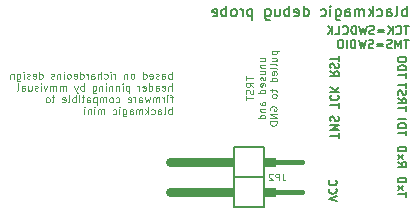
<source format=gbr>
%TF.GenerationSoftware,KiCad,Pcbnew,(6.0.7)*%
%TF.CreationDate,2022-09-08T11:38:00+02:00*%
%TF.ProjectId,blackmagic_richardeoin,626c6163-6b6d-4616-9769-635f72696368,rev?*%
%TF.SameCoordinates,Original*%
%TF.FileFunction,Legend,Bot*%
%TF.FilePolarity,Positive*%
%FSLAX46Y46*%
G04 Gerber Fmt 4.6, Leading zero omitted, Abs format (unit mm)*
G04 Created by KiCad (PCBNEW (6.0.7)) date 2022-09-08 11:38:00*
%MOMM*%
%LPD*%
G01*
G04 APERTURE LIST*
%ADD10C,0.150000*%
%ADD11C,0.190000*%
%ADD12C,0.065000*%
%ADD13C,0.057000*%
%ADD14C,0.406400*%
%ADD15C,0.762000*%
%ADD16C,0.152400*%
G04 APERTURE END LIST*
D10*
X168428528Y-107629064D02*
X168428528Y-107221921D01*
X167716028Y-107425492D02*
X168428528Y-107425492D01*
X167716028Y-106984421D02*
X168428528Y-106984421D01*
X168428528Y-106814778D01*
X168394600Y-106712992D01*
X168326742Y-106645135D01*
X168258885Y-106611207D01*
X168123171Y-106577278D01*
X168021385Y-106577278D01*
X167885671Y-106611207D01*
X167817814Y-106645135D01*
X167749957Y-106712992D01*
X167716028Y-106814778D01*
X167716028Y-106984421D01*
X167716028Y-106271921D02*
X168428528Y-106271921D01*
X168428528Y-105530135D02*
X168428528Y-105122992D01*
X167716028Y-105326564D02*
X168428528Y-105326564D01*
X167716028Y-104478350D02*
X168055314Y-104715850D01*
X167716028Y-104885492D02*
X168428528Y-104885492D01*
X168428528Y-104614064D01*
X168394600Y-104546207D01*
X168360671Y-104512278D01*
X168292814Y-104478350D01*
X168191028Y-104478350D01*
X168123171Y-104512278D01*
X168089242Y-104546207D01*
X168055314Y-104614064D01*
X168055314Y-104885492D01*
X167749957Y-104206921D02*
X167716028Y-104105135D01*
X167716028Y-103935492D01*
X167749957Y-103867635D01*
X167783885Y-103833707D01*
X167851742Y-103799778D01*
X167919600Y-103799778D01*
X167987457Y-103833707D01*
X168021385Y-103867635D01*
X168055314Y-103935492D01*
X168089242Y-104071207D01*
X168123171Y-104139064D01*
X168157100Y-104172992D01*
X168224957Y-104206921D01*
X168292814Y-104206921D01*
X168360671Y-104172992D01*
X168394600Y-104139064D01*
X168428528Y-104071207D01*
X168428528Y-103901564D01*
X168394600Y-103799778D01*
X168428528Y-103596207D02*
X168428528Y-103189064D01*
X167716028Y-103392635D02*
X168428528Y-103392635D01*
X161993528Y-102209778D02*
X162332814Y-102447278D01*
X161993528Y-102616921D02*
X162706028Y-102616921D01*
X162706028Y-102345492D01*
X162672100Y-102277635D01*
X162638171Y-102243707D01*
X162570314Y-102209778D01*
X162468528Y-102209778D01*
X162400671Y-102243707D01*
X162366742Y-102277635D01*
X162332814Y-102345492D01*
X162332814Y-102616921D01*
X162027457Y-101938350D02*
X161993528Y-101836564D01*
X161993528Y-101666921D01*
X162027457Y-101599064D01*
X162061385Y-101565135D01*
X162129242Y-101531207D01*
X162197100Y-101531207D01*
X162264957Y-101565135D01*
X162298885Y-101599064D01*
X162332814Y-101666921D01*
X162366742Y-101802635D01*
X162400671Y-101870492D01*
X162434600Y-101904421D01*
X162502457Y-101938350D01*
X162570314Y-101938350D01*
X162638171Y-101904421D01*
X162672100Y-101870492D01*
X162706028Y-101802635D01*
X162706028Y-101632992D01*
X162672100Y-101531207D01*
X162706028Y-101327635D02*
X162706028Y-100920492D01*
X161993528Y-101124064D02*
X162706028Y-101124064D01*
X168428528Y-112827814D02*
X168428528Y-112420671D01*
X167716028Y-112624242D02*
X168428528Y-112624242D01*
X167716028Y-112251028D02*
X168191028Y-111877814D01*
X168191028Y-112251028D02*
X167716028Y-111877814D01*
X167716028Y-111606385D02*
X168428528Y-111606385D01*
X168428528Y-111436742D01*
X168394600Y-111334957D01*
X168326742Y-111267100D01*
X168258885Y-111233171D01*
X168123171Y-111199242D01*
X168021385Y-111199242D01*
X167885671Y-111233171D01*
X167817814Y-111267100D01*
X167749957Y-111334957D01*
X167716028Y-111436742D01*
X167716028Y-111606385D01*
X167716028Y-109863707D02*
X168055314Y-110101207D01*
X167716028Y-110270850D02*
X168428528Y-110270850D01*
X168428528Y-109999421D01*
X168394600Y-109931564D01*
X168360671Y-109897635D01*
X168292814Y-109863707D01*
X168191028Y-109863707D01*
X168123171Y-109897635D01*
X168089242Y-109931564D01*
X168055314Y-109999421D01*
X168055314Y-110270850D01*
X167716028Y-109626207D02*
X168191028Y-109252992D01*
X168191028Y-109626207D02*
X167716028Y-109252992D01*
X167716028Y-108981564D02*
X168428528Y-108981564D01*
X168428528Y-108811921D01*
X168394600Y-108710135D01*
X168326742Y-108642278D01*
X168258885Y-108608350D01*
X168123171Y-108574421D01*
X168021385Y-108574421D01*
X167885671Y-108608350D01*
X167817814Y-108642278D01*
X167749957Y-108710135D01*
X167716028Y-108811921D01*
X167716028Y-108981564D01*
X162706028Y-107849600D02*
X162706028Y-107442457D01*
X161993528Y-107646028D02*
X162706028Y-107646028D01*
X161993528Y-107204957D02*
X162706028Y-107204957D01*
X162197100Y-106967457D01*
X162706028Y-106729957D01*
X161993528Y-106729957D01*
X162027457Y-106424600D02*
X161993528Y-106322814D01*
X161993528Y-106153171D01*
X162027457Y-106085314D01*
X162061385Y-106051385D01*
X162129242Y-106017457D01*
X162197100Y-106017457D01*
X162264957Y-106051385D01*
X162298885Y-106085314D01*
X162332814Y-106153171D01*
X162366742Y-106288885D01*
X162400671Y-106356742D01*
X162434600Y-106390671D01*
X162502457Y-106424600D01*
X162570314Y-106424600D01*
X162638171Y-106390671D01*
X162672100Y-106356742D01*
X162706028Y-106288885D01*
X162706028Y-106119242D01*
X162672100Y-106017457D01*
X162554957Y-113217100D02*
X161864957Y-112987100D01*
X162554957Y-112757100D01*
X161930671Y-112132814D02*
X161897814Y-112165671D01*
X161864957Y-112264242D01*
X161864957Y-112329957D01*
X161897814Y-112428528D01*
X161963528Y-112494242D01*
X162029242Y-112527100D01*
X162160671Y-112559957D01*
X162259242Y-112559957D01*
X162390671Y-112527100D01*
X162456385Y-112494242D01*
X162522100Y-112428528D01*
X162554957Y-112329957D01*
X162554957Y-112264242D01*
X162522100Y-112165671D01*
X162489242Y-112132814D01*
X161930671Y-111442814D02*
X161897814Y-111475671D01*
X161864957Y-111574242D01*
X161864957Y-111639957D01*
X161897814Y-111738528D01*
X161963528Y-111804242D01*
X162029242Y-111837100D01*
X162160671Y-111869957D01*
X162259242Y-111869957D01*
X162390671Y-111837100D01*
X162456385Y-111804242D01*
X162522100Y-111738528D01*
X162554957Y-111639957D01*
X162554957Y-111574242D01*
X162522100Y-111475671D01*
X162489242Y-111442814D01*
X162706028Y-105275671D02*
X162706028Y-104868528D01*
X161993528Y-105072100D02*
X162706028Y-105072100D01*
X162061385Y-104223885D02*
X162027457Y-104257814D01*
X161993528Y-104359600D01*
X161993528Y-104427457D01*
X162027457Y-104529242D01*
X162095314Y-104597100D01*
X162163171Y-104631028D01*
X162298885Y-104664957D01*
X162400671Y-104664957D01*
X162536385Y-104631028D01*
X162604242Y-104597100D01*
X162672100Y-104529242D01*
X162706028Y-104427457D01*
X162706028Y-104359600D01*
X162672100Y-104257814D01*
X162638171Y-104223885D01*
X161993528Y-103918528D02*
X162706028Y-103918528D01*
X161993528Y-103511385D02*
X162400671Y-103816742D01*
X162706028Y-103511385D02*
X162298885Y-103918528D01*
D11*
X168462719Y-97563123D02*
X168462719Y-96660623D01*
X168462719Y-97004433D02*
X168376766Y-96961457D01*
X168204861Y-96961457D01*
X168118909Y-97004433D01*
X168075933Y-97047409D01*
X168032957Y-97133361D01*
X168032957Y-97391219D01*
X168075933Y-97477171D01*
X168118909Y-97520147D01*
X168204861Y-97563123D01*
X168376766Y-97563123D01*
X168462719Y-97520147D01*
X167517242Y-97563123D02*
X167603195Y-97520147D01*
X167646171Y-97434195D01*
X167646171Y-96660623D01*
X166786647Y-97563123D02*
X166786647Y-97090385D01*
X166829623Y-97004433D01*
X166915576Y-96961457D01*
X167087480Y-96961457D01*
X167173433Y-97004433D01*
X166786647Y-97520147D02*
X166872600Y-97563123D01*
X167087480Y-97563123D01*
X167173433Y-97520147D01*
X167216409Y-97434195D01*
X167216409Y-97348242D01*
X167173433Y-97262290D01*
X167087480Y-97219314D01*
X166872600Y-97219314D01*
X166786647Y-97176338D01*
X165970100Y-97520147D02*
X166056052Y-97563123D01*
X166227957Y-97563123D01*
X166313909Y-97520147D01*
X166356885Y-97477171D01*
X166399861Y-97391219D01*
X166399861Y-97133361D01*
X166356885Y-97047409D01*
X166313909Y-97004433D01*
X166227957Y-96961457D01*
X166056052Y-96961457D01*
X165970100Y-97004433D01*
X165583314Y-97563123D02*
X165583314Y-96660623D01*
X165497361Y-97219314D02*
X165239504Y-97563123D01*
X165239504Y-96961457D02*
X165583314Y-97305266D01*
X164852719Y-97563123D02*
X164852719Y-96961457D01*
X164852719Y-97047409D02*
X164809742Y-97004433D01*
X164723790Y-96961457D01*
X164594861Y-96961457D01*
X164508909Y-97004433D01*
X164465933Y-97090385D01*
X164465933Y-97563123D01*
X164465933Y-97090385D02*
X164422957Y-97004433D01*
X164337004Y-96961457D01*
X164208076Y-96961457D01*
X164122123Y-97004433D01*
X164079147Y-97090385D01*
X164079147Y-97563123D01*
X163262599Y-97563123D02*
X163262599Y-97090385D01*
X163305576Y-97004433D01*
X163391528Y-96961457D01*
X163563433Y-96961457D01*
X163649385Y-97004433D01*
X163262599Y-97520147D02*
X163348552Y-97563123D01*
X163563433Y-97563123D01*
X163649385Y-97520147D01*
X163692361Y-97434195D01*
X163692361Y-97348242D01*
X163649385Y-97262290D01*
X163563433Y-97219314D01*
X163348552Y-97219314D01*
X163262599Y-97176338D01*
X162446052Y-96961457D02*
X162446052Y-97692052D01*
X162489028Y-97778004D01*
X162532004Y-97820980D01*
X162617957Y-97863957D01*
X162746885Y-97863957D01*
X162832838Y-97820980D01*
X162446052Y-97520147D02*
X162532004Y-97563123D01*
X162703909Y-97563123D01*
X162789861Y-97520147D01*
X162832838Y-97477171D01*
X162875814Y-97391219D01*
X162875814Y-97133361D01*
X162832838Y-97047409D01*
X162789861Y-97004433D01*
X162703909Y-96961457D01*
X162532004Y-96961457D01*
X162446052Y-97004433D01*
X162016290Y-97563123D02*
X162016290Y-96961457D01*
X162016290Y-96660623D02*
X162059266Y-96703600D01*
X162016290Y-96746576D01*
X161973314Y-96703600D01*
X162016290Y-96660623D01*
X162016290Y-96746576D01*
X161199742Y-97520147D02*
X161285695Y-97563123D01*
X161457599Y-97563123D01*
X161543552Y-97520147D01*
X161586528Y-97477171D01*
X161629504Y-97391219D01*
X161629504Y-97133361D01*
X161586528Y-97047409D01*
X161543552Y-97004433D01*
X161457599Y-96961457D01*
X161285695Y-96961457D01*
X161199742Y-97004433D01*
X159738552Y-97563123D02*
X159738552Y-96660623D01*
X159738552Y-97520147D02*
X159824504Y-97563123D01*
X159996409Y-97563123D01*
X160082361Y-97520147D01*
X160125338Y-97477171D01*
X160168314Y-97391219D01*
X160168314Y-97133361D01*
X160125338Y-97047409D01*
X160082361Y-97004433D01*
X159996409Y-96961457D01*
X159824504Y-96961457D01*
X159738552Y-97004433D01*
X158964980Y-97520147D02*
X159050933Y-97563123D01*
X159222838Y-97563123D01*
X159308790Y-97520147D01*
X159351766Y-97434195D01*
X159351766Y-97090385D01*
X159308790Y-97004433D01*
X159222838Y-96961457D01*
X159050933Y-96961457D01*
X158964980Y-97004433D01*
X158922004Y-97090385D01*
X158922004Y-97176338D01*
X159351766Y-97262290D01*
X158535219Y-97563123D02*
X158535219Y-96660623D01*
X158535219Y-97004433D02*
X158449266Y-96961457D01*
X158277361Y-96961457D01*
X158191409Y-97004433D01*
X158148433Y-97047409D01*
X158105457Y-97133361D01*
X158105457Y-97391219D01*
X158148433Y-97477171D01*
X158191409Y-97520147D01*
X158277361Y-97563123D01*
X158449266Y-97563123D01*
X158535219Y-97520147D01*
X157331885Y-96961457D02*
X157331885Y-97563123D01*
X157718671Y-96961457D02*
X157718671Y-97434195D01*
X157675695Y-97520147D01*
X157589742Y-97563123D01*
X157460814Y-97563123D01*
X157374861Y-97520147D01*
X157331885Y-97477171D01*
X156515338Y-96961457D02*
X156515338Y-97692052D01*
X156558314Y-97778004D01*
X156601290Y-97820980D01*
X156687242Y-97863957D01*
X156816171Y-97863957D01*
X156902123Y-97820980D01*
X156515338Y-97520147D02*
X156601290Y-97563123D01*
X156773195Y-97563123D01*
X156859147Y-97520147D01*
X156902123Y-97477171D01*
X156945099Y-97391219D01*
X156945099Y-97133361D01*
X156902123Y-97047409D01*
X156859147Y-97004433D01*
X156773195Y-96961457D01*
X156601290Y-96961457D01*
X156515338Y-97004433D01*
X155397957Y-96961457D02*
X155397957Y-97863957D01*
X155397957Y-97004433D02*
X155312004Y-96961457D01*
X155140099Y-96961457D01*
X155054147Y-97004433D01*
X155011171Y-97047409D01*
X154968195Y-97133361D01*
X154968195Y-97391219D01*
X155011171Y-97477171D01*
X155054147Y-97520147D01*
X155140099Y-97563123D01*
X155312004Y-97563123D01*
X155397957Y-97520147D01*
X154581409Y-97563123D02*
X154581409Y-96961457D01*
X154581409Y-97133361D02*
X154538433Y-97047409D01*
X154495457Y-97004433D01*
X154409504Y-96961457D01*
X154323552Y-96961457D01*
X153893790Y-97563123D02*
X153979742Y-97520147D01*
X154022719Y-97477171D01*
X154065695Y-97391219D01*
X154065695Y-97133361D01*
X154022719Y-97047409D01*
X153979742Y-97004433D01*
X153893790Y-96961457D01*
X153764861Y-96961457D01*
X153678909Y-97004433D01*
X153635933Y-97047409D01*
X153592957Y-97133361D01*
X153592957Y-97391219D01*
X153635933Y-97477171D01*
X153678909Y-97520147D01*
X153764861Y-97563123D01*
X153893790Y-97563123D01*
X153206171Y-97563123D02*
X153206171Y-96660623D01*
X153206171Y-97004433D02*
X153120219Y-96961457D01*
X152948314Y-96961457D01*
X152862361Y-97004433D01*
X152819385Y-97047409D01*
X152776409Y-97133361D01*
X152776409Y-97391219D01*
X152819385Y-97477171D01*
X152862361Y-97520147D01*
X152948314Y-97563123D01*
X153120219Y-97563123D01*
X153206171Y-97520147D01*
X152045814Y-97520147D02*
X152131766Y-97563123D01*
X152303671Y-97563123D01*
X152389623Y-97520147D01*
X152432599Y-97434195D01*
X152432599Y-97090385D01*
X152389623Y-97004433D01*
X152303671Y-96961457D01*
X152131766Y-96961457D01*
X152045814Y-97004433D01*
X152002838Y-97090385D01*
X152002838Y-97176338D01*
X152432599Y-97262290D01*
D10*
X168635742Y-98369671D02*
X168228600Y-98369671D01*
X168432171Y-99082171D02*
X168432171Y-98369671D01*
X167583957Y-99014314D02*
X167617885Y-99048242D01*
X167719671Y-99082171D01*
X167787528Y-99082171D01*
X167889314Y-99048242D01*
X167957171Y-98980385D01*
X167991100Y-98912528D01*
X168025028Y-98776814D01*
X168025028Y-98675028D01*
X167991100Y-98539314D01*
X167957171Y-98471457D01*
X167889314Y-98403600D01*
X167787528Y-98369671D01*
X167719671Y-98369671D01*
X167617885Y-98403600D01*
X167583957Y-98437528D01*
X167278600Y-99082171D02*
X167278600Y-98369671D01*
X166871457Y-99082171D02*
X167176814Y-98675028D01*
X166871457Y-98369671D02*
X167278600Y-98776814D01*
X166566100Y-98708957D02*
X166023242Y-98708957D01*
X166023242Y-98912528D02*
X166566100Y-98912528D01*
X165717885Y-99048242D02*
X165616100Y-99082171D01*
X165446457Y-99082171D01*
X165378600Y-99048242D01*
X165344671Y-99014314D01*
X165310742Y-98946457D01*
X165310742Y-98878600D01*
X165344671Y-98810742D01*
X165378600Y-98776814D01*
X165446457Y-98742885D01*
X165582171Y-98708957D01*
X165650028Y-98675028D01*
X165683957Y-98641100D01*
X165717885Y-98573242D01*
X165717885Y-98505385D01*
X165683957Y-98437528D01*
X165650028Y-98403600D01*
X165582171Y-98369671D01*
X165412528Y-98369671D01*
X165310742Y-98403600D01*
X165073242Y-98369671D02*
X164903600Y-99082171D01*
X164767885Y-98573242D01*
X164632171Y-99082171D01*
X164462528Y-98369671D01*
X164191100Y-99082171D02*
X164191100Y-98369671D01*
X164021457Y-98369671D01*
X163919671Y-98403600D01*
X163851814Y-98471457D01*
X163817885Y-98539314D01*
X163783957Y-98675028D01*
X163783957Y-98776814D01*
X163817885Y-98912528D01*
X163851814Y-98980385D01*
X163919671Y-99048242D01*
X164021457Y-99082171D01*
X164191100Y-99082171D01*
X163071457Y-99014314D02*
X163105385Y-99048242D01*
X163207171Y-99082171D01*
X163275028Y-99082171D01*
X163376814Y-99048242D01*
X163444671Y-98980385D01*
X163478600Y-98912528D01*
X163512528Y-98776814D01*
X163512528Y-98675028D01*
X163478600Y-98539314D01*
X163444671Y-98471457D01*
X163376814Y-98403600D01*
X163275028Y-98369671D01*
X163207171Y-98369671D01*
X163105385Y-98403600D01*
X163071457Y-98437528D01*
X162426814Y-99082171D02*
X162766100Y-99082171D01*
X162766100Y-98369671D01*
X162189314Y-99082171D02*
X162189314Y-98369671D01*
X161782171Y-99082171D02*
X162087528Y-98675028D01*
X161782171Y-98369671D02*
X162189314Y-98776814D01*
X168635742Y-99516796D02*
X168228600Y-99516796D01*
X168432171Y-100229296D02*
X168432171Y-99516796D01*
X167991100Y-100229296D02*
X167991100Y-99516796D01*
X167753600Y-100025725D01*
X167516100Y-99516796D01*
X167516100Y-100229296D01*
X167210742Y-100195367D02*
X167108957Y-100229296D01*
X166939314Y-100229296D01*
X166871457Y-100195367D01*
X166837528Y-100161439D01*
X166803600Y-100093582D01*
X166803600Y-100025725D01*
X166837528Y-99957867D01*
X166871457Y-99923939D01*
X166939314Y-99890010D01*
X167075028Y-99856082D01*
X167142885Y-99822153D01*
X167176814Y-99788225D01*
X167210742Y-99720367D01*
X167210742Y-99652510D01*
X167176814Y-99584653D01*
X167142885Y-99550725D01*
X167075028Y-99516796D01*
X166905385Y-99516796D01*
X166803600Y-99550725D01*
X166498242Y-99856082D02*
X165955385Y-99856082D01*
X165955385Y-100059653D02*
X166498242Y-100059653D01*
X165650028Y-100195367D02*
X165548242Y-100229296D01*
X165378600Y-100229296D01*
X165310742Y-100195367D01*
X165276814Y-100161439D01*
X165242885Y-100093582D01*
X165242885Y-100025725D01*
X165276814Y-99957867D01*
X165310742Y-99923939D01*
X165378600Y-99890010D01*
X165514314Y-99856082D01*
X165582171Y-99822153D01*
X165616100Y-99788225D01*
X165650028Y-99720367D01*
X165650028Y-99652510D01*
X165616100Y-99584653D01*
X165582171Y-99550725D01*
X165514314Y-99516796D01*
X165344671Y-99516796D01*
X165242885Y-99550725D01*
X165005385Y-99516796D02*
X164835742Y-100229296D01*
X164700028Y-99720367D01*
X164564314Y-100229296D01*
X164394671Y-99516796D01*
X164123242Y-100229296D02*
X164123242Y-99516796D01*
X163953600Y-99516796D01*
X163851814Y-99550725D01*
X163783957Y-99618582D01*
X163750028Y-99686439D01*
X163716100Y-99822153D01*
X163716100Y-99923939D01*
X163750028Y-100059653D01*
X163783957Y-100127510D01*
X163851814Y-100195367D01*
X163953600Y-100229296D01*
X164123242Y-100229296D01*
X163410742Y-100229296D02*
X163410742Y-99516796D01*
X162935742Y-99516796D02*
X162800028Y-99516796D01*
X162732171Y-99550725D01*
X162664314Y-99618582D01*
X162630385Y-99754296D01*
X162630385Y-99991796D01*
X162664314Y-100127510D01*
X162732171Y-100195367D01*
X162800028Y-100229296D01*
X162935742Y-100229296D01*
X163003600Y-100195367D01*
X163071457Y-100127510D01*
X163105385Y-99991796D01*
X163105385Y-99754296D01*
X163071457Y-99618582D01*
X163003600Y-99550725D01*
X162935742Y-99516796D01*
X168428528Y-102752635D02*
X168428528Y-102345492D01*
X167716028Y-102549064D02*
X168428528Y-102549064D01*
X167716028Y-102107992D02*
X168428528Y-102107992D01*
X168428528Y-101938350D01*
X168394600Y-101836564D01*
X168326742Y-101768707D01*
X168258885Y-101734778D01*
X168123171Y-101700850D01*
X168021385Y-101700850D01*
X167885671Y-101734778D01*
X167817814Y-101768707D01*
X167749957Y-101836564D01*
X167716028Y-101938350D01*
X167716028Y-102107992D01*
X168428528Y-101259778D02*
X168428528Y-101124064D01*
X168394600Y-101056207D01*
X168326742Y-100988350D01*
X168191028Y-100954421D01*
X167953528Y-100954421D01*
X167817814Y-100988350D01*
X167749957Y-101056207D01*
X167716028Y-101124064D01*
X167716028Y-101259778D01*
X167749957Y-101327635D01*
X167817814Y-101395492D01*
X167953528Y-101429421D01*
X168191028Y-101429421D01*
X168326742Y-101395492D01*
X168394600Y-101327635D01*
X168428528Y-101259778D01*
D12*
X148561826Y-102841695D02*
X148561826Y-102224195D01*
X148561826Y-102459433D02*
X148503016Y-102430028D01*
X148385397Y-102430028D01*
X148326588Y-102459433D01*
X148297183Y-102488838D01*
X148267778Y-102547647D01*
X148267778Y-102724076D01*
X148297183Y-102782885D01*
X148326588Y-102812290D01*
X148385397Y-102841695D01*
X148503016Y-102841695D01*
X148561826Y-102812290D01*
X147738492Y-102841695D02*
X147738492Y-102518242D01*
X147767897Y-102459433D01*
X147826707Y-102430028D01*
X147944326Y-102430028D01*
X148003135Y-102459433D01*
X147738492Y-102812290D02*
X147797302Y-102841695D01*
X147944326Y-102841695D01*
X148003135Y-102812290D01*
X148032540Y-102753480D01*
X148032540Y-102694671D01*
X148003135Y-102635861D01*
X147944326Y-102606457D01*
X147797302Y-102606457D01*
X147738492Y-102577052D01*
X147473850Y-102812290D02*
X147415040Y-102841695D01*
X147297421Y-102841695D01*
X147238611Y-102812290D01*
X147209207Y-102753480D01*
X147209207Y-102724076D01*
X147238611Y-102665266D01*
X147297421Y-102635861D01*
X147385635Y-102635861D01*
X147444445Y-102606457D01*
X147473850Y-102547647D01*
X147473850Y-102518242D01*
X147444445Y-102459433D01*
X147385635Y-102430028D01*
X147297421Y-102430028D01*
X147238611Y-102459433D01*
X146709326Y-102812290D02*
X146768135Y-102841695D01*
X146885754Y-102841695D01*
X146944564Y-102812290D01*
X146973969Y-102753480D01*
X146973969Y-102518242D01*
X146944564Y-102459433D01*
X146885754Y-102430028D01*
X146768135Y-102430028D01*
X146709326Y-102459433D01*
X146679921Y-102518242D01*
X146679921Y-102577052D01*
X146973969Y-102635861D01*
X146150635Y-102841695D02*
X146150635Y-102224195D01*
X146150635Y-102812290D02*
X146209445Y-102841695D01*
X146327064Y-102841695D01*
X146385873Y-102812290D01*
X146415278Y-102782885D01*
X146444683Y-102724076D01*
X146444683Y-102547647D01*
X146415278Y-102488838D01*
X146385873Y-102459433D01*
X146327064Y-102430028D01*
X146209445Y-102430028D01*
X146150635Y-102459433D01*
X145297897Y-102841695D02*
X145356707Y-102812290D01*
X145386111Y-102782885D01*
X145415516Y-102724076D01*
X145415516Y-102547647D01*
X145386111Y-102488838D01*
X145356707Y-102459433D01*
X145297897Y-102430028D01*
X145209683Y-102430028D01*
X145150873Y-102459433D01*
X145121469Y-102488838D01*
X145092064Y-102547647D01*
X145092064Y-102724076D01*
X145121469Y-102782885D01*
X145150873Y-102812290D01*
X145209683Y-102841695D01*
X145297897Y-102841695D01*
X144827421Y-102430028D02*
X144827421Y-102841695D01*
X144827421Y-102488838D02*
X144798016Y-102459433D01*
X144739207Y-102430028D01*
X144650992Y-102430028D01*
X144592183Y-102459433D01*
X144562778Y-102518242D01*
X144562778Y-102841695D01*
X143798254Y-102841695D02*
X143798254Y-102430028D01*
X143798254Y-102547647D02*
X143768850Y-102488838D01*
X143739445Y-102459433D01*
X143680635Y-102430028D01*
X143621826Y-102430028D01*
X143415992Y-102841695D02*
X143415992Y-102430028D01*
X143415992Y-102224195D02*
X143445397Y-102253600D01*
X143415992Y-102283004D01*
X143386588Y-102253600D01*
X143415992Y-102224195D01*
X143415992Y-102283004D01*
X142857302Y-102812290D02*
X142916111Y-102841695D01*
X143033730Y-102841695D01*
X143092540Y-102812290D01*
X143121945Y-102782885D01*
X143151350Y-102724076D01*
X143151350Y-102547647D01*
X143121945Y-102488838D01*
X143092540Y-102459433D01*
X143033730Y-102430028D01*
X142916111Y-102430028D01*
X142857302Y-102459433D01*
X142592659Y-102841695D02*
X142592659Y-102224195D01*
X142328016Y-102841695D02*
X142328016Y-102518242D01*
X142357421Y-102459433D01*
X142416230Y-102430028D01*
X142504445Y-102430028D01*
X142563254Y-102459433D01*
X142592659Y-102488838D01*
X141769326Y-102841695D02*
X141769326Y-102518242D01*
X141798730Y-102459433D01*
X141857540Y-102430028D01*
X141975159Y-102430028D01*
X142033969Y-102459433D01*
X141769326Y-102812290D02*
X141828135Y-102841695D01*
X141975159Y-102841695D01*
X142033969Y-102812290D01*
X142063373Y-102753480D01*
X142063373Y-102694671D01*
X142033969Y-102635861D01*
X141975159Y-102606457D01*
X141828135Y-102606457D01*
X141769326Y-102577052D01*
X141475278Y-102841695D02*
X141475278Y-102430028D01*
X141475278Y-102547647D02*
X141445873Y-102488838D01*
X141416469Y-102459433D01*
X141357659Y-102430028D01*
X141298850Y-102430028D01*
X140828373Y-102841695D02*
X140828373Y-102224195D01*
X140828373Y-102812290D02*
X140887183Y-102841695D01*
X141004802Y-102841695D01*
X141063611Y-102812290D01*
X141093016Y-102782885D01*
X141122421Y-102724076D01*
X141122421Y-102547647D01*
X141093016Y-102488838D01*
X141063611Y-102459433D01*
X141004802Y-102430028D01*
X140887183Y-102430028D01*
X140828373Y-102459433D01*
X140299088Y-102812290D02*
X140357897Y-102841695D01*
X140475516Y-102841695D01*
X140534326Y-102812290D01*
X140563730Y-102753480D01*
X140563730Y-102518242D01*
X140534326Y-102459433D01*
X140475516Y-102430028D01*
X140357897Y-102430028D01*
X140299088Y-102459433D01*
X140269683Y-102518242D01*
X140269683Y-102577052D01*
X140563730Y-102635861D01*
X139916826Y-102841695D02*
X139975635Y-102812290D01*
X140005040Y-102782885D01*
X140034445Y-102724076D01*
X140034445Y-102547647D01*
X140005040Y-102488838D01*
X139975635Y-102459433D01*
X139916826Y-102430028D01*
X139828611Y-102430028D01*
X139769802Y-102459433D01*
X139740397Y-102488838D01*
X139710992Y-102547647D01*
X139710992Y-102724076D01*
X139740397Y-102782885D01*
X139769802Y-102812290D01*
X139828611Y-102841695D01*
X139916826Y-102841695D01*
X139446350Y-102841695D02*
X139446350Y-102430028D01*
X139446350Y-102224195D02*
X139475754Y-102253600D01*
X139446350Y-102283004D01*
X139416945Y-102253600D01*
X139446350Y-102224195D01*
X139446350Y-102283004D01*
X139152302Y-102430028D02*
X139152302Y-102841695D01*
X139152302Y-102488838D02*
X139122897Y-102459433D01*
X139064088Y-102430028D01*
X138975873Y-102430028D01*
X138917064Y-102459433D01*
X138887659Y-102518242D01*
X138887659Y-102841695D01*
X138623016Y-102812290D02*
X138564207Y-102841695D01*
X138446588Y-102841695D01*
X138387778Y-102812290D01*
X138358373Y-102753480D01*
X138358373Y-102724076D01*
X138387778Y-102665266D01*
X138446588Y-102635861D01*
X138534802Y-102635861D01*
X138593611Y-102606457D01*
X138623016Y-102547647D01*
X138623016Y-102518242D01*
X138593611Y-102459433D01*
X138534802Y-102430028D01*
X138446588Y-102430028D01*
X138387778Y-102459433D01*
X137358611Y-102841695D02*
X137358611Y-102224195D01*
X137358611Y-102812290D02*
X137417421Y-102841695D01*
X137535040Y-102841695D01*
X137593850Y-102812290D01*
X137623254Y-102782885D01*
X137652659Y-102724076D01*
X137652659Y-102547647D01*
X137623254Y-102488838D01*
X137593850Y-102459433D01*
X137535040Y-102430028D01*
X137417421Y-102430028D01*
X137358611Y-102459433D01*
X136829326Y-102812290D02*
X136888135Y-102841695D01*
X137005754Y-102841695D01*
X137064564Y-102812290D01*
X137093969Y-102753480D01*
X137093969Y-102518242D01*
X137064564Y-102459433D01*
X137005754Y-102430028D01*
X136888135Y-102430028D01*
X136829326Y-102459433D01*
X136799921Y-102518242D01*
X136799921Y-102577052D01*
X137093969Y-102635861D01*
X136564683Y-102812290D02*
X136505873Y-102841695D01*
X136388254Y-102841695D01*
X136329445Y-102812290D01*
X136300040Y-102753480D01*
X136300040Y-102724076D01*
X136329445Y-102665266D01*
X136388254Y-102635861D01*
X136476469Y-102635861D01*
X136535278Y-102606457D01*
X136564683Y-102547647D01*
X136564683Y-102518242D01*
X136535278Y-102459433D01*
X136476469Y-102430028D01*
X136388254Y-102430028D01*
X136329445Y-102459433D01*
X136035397Y-102841695D02*
X136035397Y-102430028D01*
X136035397Y-102224195D02*
X136064802Y-102253600D01*
X136035397Y-102283004D01*
X136005992Y-102253600D01*
X136035397Y-102224195D01*
X136035397Y-102283004D01*
X135476707Y-102430028D02*
X135476707Y-102929909D01*
X135506111Y-102988719D01*
X135535516Y-103018123D01*
X135594326Y-103047528D01*
X135682540Y-103047528D01*
X135741350Y-103018123D01*
X135476707Y-102812290D02*
X135535516Y-102841695D01*
X135653135Y-102841695D01*
X135711945Y-102812290D01*
X135741350Y-102782885D01*
X135770754Y-102724076D01*
X135770754Y-102547647D01*
X135741350Y-102488838D01*
X135711945Y-102459433D01*
X135653135Y-102430028D01*
X135535516Y-102430028D01*
X135476707Y-102459433D01*
X135182659Y-102430028D02*
X135182659Y-102841695D01*
X135182659Y-102488838D02*
X135153254Y-102459433D01*
X135094445Y-102430028D01*
X135006230Y-102430028D01*
X134947421Y-102459433D01*
X134918016Y-102518242D01*
X134918016Y-102841695D01*
X148561826Y-103835870D02*
X148561826Y-103218370D01*
X148297183Y-103835870D02*
X148297183Y-103512417D01*
X148326588Y-103453608D01*
X148385397Y-103424203D01*
X148473611Y-103424203D01*
X148532421Y-103453608D01*
X148561826Y-103483013D01*
X147767897Y-103806465D02*
X147826707Y-103835870D01*
X147944326Y-103835870D01*
X148003135Y-103806465D01*
X148032540Y-103747655D01*
X148032540Y-103512417D01*
X148003135Y-103453608D01*
X147944326Y-103424203D01*
X147826707Y-103424203D01*
X147767897Y-103453608D01*
X147738492Y-103512417D01*
X147738492Y-103571227D01*
X148032540Y-103630036D01*
X147209207Y-103835870D02*
X147209207Y-103512417D01*
X147238611Y-103453608D01*
X147297421Y-103424203D01*
X147415040Y-103424203D01*
X147473850Y-103453608D01*
X147209207Y-103806465D02*
X147268016Y-103835870D01*
X147415040Y-103835870D01*
X147473850Y-103806465D01*
X147503254Y-103747655D01*
X147503254Y-103688846D01*
X147473850Y-103630036D01*
X147415040Y-103600632D01*
X147268016Y-103600632D01*
X147209207Y-103571227D01*
X146650516Y-103835870D02*
X146650516Y-103218370D01*
X146650516Y-103806465D02*
X146709326Y-103835870D01*
X146826945Y-103835870D01*
X146885754Y-103806465D01*
X146915159Y-103777060D01*
X146944564Y-103718251D01*
X146944564Y-103541822D01*
X146915159Y-103483013D01*
X146885754Y-103453608D01*
X146826945Y-103424203D01*
X146709326Y-103424203D01*
X146650516Y-103453608D01*
X146121230Y-103806465D02*
X146180040Y-103835870D01*
X146297659Y-103835870D01*
X146356469Y-103806465D01*
X146385873Y-103747655D01*
X146385873Y-103512417D01*
X146356469Y-103453608D01*
X146297659Y-103424203D01*
X146180040Y-103424203D01*
X146121230Y-103453608D01*
X146091826Y-103512417D01*
X146091826Y-103571227D01*
X146385873Y-103630036D01*
X145827183Y-103835870D02*
X145827183Y-103424203D01*
X145827183Y-103541822D02*
X145797778Y-103483013D01*
X145768373Y-103453608D01*
X145709564Y-103424203D01*
X145650754Y-103424203D01*
X144974445Y-103424203D02*
X144974445Y-104041703D01*
X144974445Y-103453608D02*
X144915635Y-103424203D01*
X144798016Y-103424203D01*
X144739207Y-103453608D01*
X144709802Y-103483013D01*
X144680397Y-103541822D01*
X144680397Y-103718251D01*
X144709802Y-103777060D01*
X144739207Y-103806465D01*
X144798016Y-103835870D01*
X144915635Y-103835870D01*
X144974445Y-103806465D01*
X144415754Y-103835870D02*
X144415754Y-103424203D01*
X144415754Y-103218370D02*
X144445159Y-103247775D01*
X144415754Y-103277179D01*
X144386350Y-103247775D01*
X144415754Y-103218370D01*
X144415754Y-103277179D01*
X144121707Y-103424203D02*
X144121707Y-103835870D01*
X144121707Y-103483013D02*
X144092302Y-103453608D01*
X144033492Y-103424203D01*
X143945278Y-103424203D01*
X143886469Y-103453608D01*
X143857064Y-103512417D01*
X143857064Y-103835870D01*
X143563016Y-103424203D02*
X143563016Y-103835870D01*
X143563016Y-103483013D02*
X143533611Y-103453608D01*
X143474802Y-103424203D01*
X143386588Y-103424203D01*
X143327778Y-103453608D01*
X143298373Y-103512417D01*
X143298373Y-103835870D01*
X143004326Y-103835870D02*
X143004326Y-103424203D01*
X143004326Y-103218370D02*
X143033730Y-103247775D01*
X143004326Y-103277179D01*
X142974921Y-103247775D01*
X143004326Y-103218370D01*
X143004326Y-103277179D01*
X142710278Y-103424203D02*
X142710278Y-103835870D01*
X142710278Y-103483013D02*
X142680873Y-103453608D01*
X142622064Y-103424203D01*
X142533850Y-103424203D01*
X142475040Y-103453608D01*
X142445635Y-103512417D01*
X142445635Y-103835870D01*
X141886945Y-103424203D02*
X141886945Y-103924084D01*
X141916350Y-103982894D01*
X141945754Y-104012298D01*
X142004564Y-104041703D01*
X142092778Y-104041703D01*
X142151588Y-104012298D01*
X141886945Y-103806465D02*
X141945754Y-103835870D01*
X142063373Y-103835870D01*
X142122183Y-103806465D01*
X142151588Y-103777060D01*
X142180992Y-103718251D01*
X142180992Y-103541822D01*
X142151588Y-103483013D01*
X142122183Y-103453608D01*
X142063373Y-103424203D01*
X141945754Y-103424203D01*
X141886945Y-103453608D01*
X141122421Y-103835870D02*
X141122421Y-103218370D01*
X141122421Y-103453608D02*
X141063611Y-103424203D01*
X140945992Y-103424203D01*
X140887183Y-103453608D01*
X140857778Y-103483013D01*
X140828373Y-103541822D01*
X140828373Y-103718251D01*
X140857778Y-103777060D01*
X140887183Y-103806465D01*
X140945992Y-103835870D01*
X141063611Y-103835870D01*
X141122421Y-103806465D01*
X140622540Y-103424203D02*
X140475516Y-103835870D01*
X140328492Y-103424203D02*
X140475516Y-103835870D01*
X140534326Y-103982894D01*
X140563730Y-104012298D01*
X140622540Y-104041703D01*
X139622778Y-103835870D02*
X139622778Y-103424203D01*
X139622778Y-103483013D02*
X139593373Y-103453608D01*
X139534564Y-103424203D01*
X139446350Y-103424203D01*
X139387540Y-103453608D01*
X139358135Y-103512417D01*
X139358135Y-103835870D01*
X139358135Y-103512417D02*
X139328730Y-103453608D01*
X139269921Y-103424203D01*
X139181707Y-103424203D01*
X139122897Y-103453608D01*
X139093492Y-103512417D01*
X139093492Y-103835870D01*
X138799445Y-103835870D02*
X138799445Y-103424203D01*
X138799445Y-103483013D02*
X138770040Y-103453608D01*
X138711230Y-103424203D01*
X138623016Y-103424203D01*
X138564207Y-103453608D01*
X138534802Y-103512417D01*
X138534802Y-103835870D01*
X138534802Y-103512417D02*
X138505397Y-103453608D01*
X138446588Y-103424203D01*
X138358373Y-103424203D01*
X138299564Y-103453608D01*
X138270159Y-103512417D01*
X138270159Y-103835870D01*
X138034921Y-103424203D02*
X137887897Y-103835870D01*
X137740873Y-103424203D01*
X137505635Y-103835870D02*
X137505635Y-103424203D01*
X137505635Y-103218370D02*
X137535040Y-103247775D01*
X137505635Y-103277179D01*
X137476230Y-103247775D01*
X137505635Y-103218370D01*
X137505635Y-103277179D01*
X137240992Y-103806465D02*
X137182183Y-103835870D01*
X137064564Y-103835870D01*
X137005754Y-103806465D01*
X136976350Y-103747655D01*
X136976350Y-103718251D01*
X137005754Y-103659441D01*
X137064564Y-103630036D01*
X137152778Y-103630036D01*
X137211588Y-103600632D01*
X137240992Y-103541822D01*
X137240992Y-103512417D01*
X137211588Y-103453608D01*
X137152778Y-103424203D01*
X137064564Y-103424203D01*
X137005754Y-103453608D01*
X136447064Y-103424203D02*
X136447064Y-103835870D01*
X136711707Y-103424203D02*
X136711707Y-103747655D01*
X136682302Y-103806465D01*
X136623492Y-103835870D01*
X136535278Y-103835870D01*
X136476469Y-103806465D01*
X136447064Y-103777060D01*
X135888373Y-103835870D02*
X135888373Y-103512417D01*
X135917778Y-103453608D01*
X135976588Y-103424203D01*
X136094207Y-103424203D01*
X136153016Y-103453608D01*
X135888373Y-103806465D02*
X135947183Y-103835870D01*
X136094207Y-103835870D01*
X136153016Y-103806465D01*
X136182421Y-103747655D01*
X136182421Y-103688846D01*
X136153016Y-103630036D01*
X136094207Y-103600632D01*
X135947183Y-103600632D01*
X135888373Y-103571227D01*
X135506111Y-103835870D02*
X135564921Y-103806465D01*
X135594326Y-103747655D01*
X135594326Y-103218370D01*
X148650040Y-104418378D02*
X148414802Y-104418378D01*
X148561826Y-104830045D02*
X148561826Y-104300759D01*
X148532421Y-104241950D01*
X148473611Y-104212545D01*
X148414802Y-104212545D01*
X148208969Y-104830045D02*
X148208969Y-104418378D01*
X148208969Y-104212545D02*
X148238373Y-104241950D01*
X148208969Y-104271354D01*
X148179564Y-104241950D01*
X148208969Y-104212545D01*
X148208969Y-104271354D01*
X147914921Y-104830045D02*
X147914921Y-104418378D01*
X147914921Y-104535997D02*
X147885516Y-104477188D01*
X147856111Y-104447783D01*
X147797302Y-104418378D01*
X147738492Y-104418378D01*
X147532659Y-104830045D02*
X147532659Y-104418378D01*
X147532659Y-104477188D02*
X147503254Y-104447783D01*
X147444445Y-104418378D01*
X147356230Y-104418378D01*
X147297421Y-104447783D01*
X147268016Y-104506592D01*
X147268016Y-104830045D01*
X147268016Y-104506592D02*
X147238611Y-104447783D01*
X147179802Y-104418378D01*
X147091588Y-104418378D01*
X147032778Y-104447783D01*
X147003373Y-104506592D01*
X147003373Y-104830045D01*
X146768135Y-104418378D02*
X146650516Y-104830045D01*
X146532897Y-104535997D01*
X146415278Y-104830045D01*
X146297659Y-104418378D01*
X145797778Y-104830045D02*
X145797778Y-104506592D01*
X145827183Y-104447783D01*
X145885992Y-104418378D01*
X146003611Y-104418378D01*
X146062421Y-104447783D01*
X145797778Y-104800640D02*
X145856588Y-104830045D01*
X146003611Y-104830045D01*
X146062421Y-104800640D01*
X146091826Y-104741830D01*
X146091826Y-104683021D01*
X146062421Y-104624211D01*
X146003611Y-104594807D01*
X145856588Y-104594807D01*
X145797778Y-104565402D01*
X145503730Y-104830045D02*
X145503730Y-104418378D01*
X145503730Y-104535997D02*
X145474326Y-104477188D01*
X145444921Y-104447783D01*
X145386111Y-104418378D01*
X145327302Y-104418378D01*
X144886230Y-104800640D02*
X144945040Y-104830045D01*
X145062659Y-104830045D01*
X145121469Y-104800640D01*
X145150873Y-104741830D01*
X145150873Y-104506592D01*
X145121469Y-104447783D01*
X145062659Y-104418378D01*
X144945040Y-104418378D01*
X144886230Y-104447783D01*
X144856826Y-104506592D01*
X144856826Y-104565402D01*
X145150873Y-104624211D01*
X143857064Y-104800640D02*
X143915873Y-104830045D01*
X144033492Y-104830045D01*
X144092302Y-104800640D01*
X144121707Y-104771235D01*
X144151111Y-104712426D01*
X144151111Y-104535997D01*
X144121707Y-104477188D01*
X144092302Y-104447783D01*
X144033492Y-104418378D01*
X143915873Y-104418378D01*
X143857064Y-104447783D01*
X143504207Y-104830045D02*
X143563016Y-104800640D01*
X143592421Y-104771235D01*
X143621826Y-104712426D01*
X143621826Y-104535997D01*
X143592421Y-104477188D01*
X143563016Y-104447783D01*
X143504207Y-104418378D01*
X143415992Y-104418378D01*
X143357183Y-104447783D01*
X143327778Y-104477188D01*
X143298373Y-104535997D01*
X143298373Y-104712426D01*
X143327778Y-104771235D01*
X143357183Y-104800640D01*
X143415992Y-104830045D01*
X143504207Y-104830045D01*
X143033730Y-104830045D02*
X143033730Y-104418378D01*
X143033730Y-104477188D02*
X143004326Y-104447783D01*
X142945516Y-104418378D01*
X142857302Y-104418378D01*
X142798492Y-104447783D01*
X142769088Y-104506592D01*
X142769088Y-104830045D01*
X142769088Y-104506592D02*
X142739683Y-104447783D01*
X142680873Y-104418378D01*
X142592659Y-104418378D01*
X142533850Y-104447783D01*
X142504445Y-104506592D01*
X142504445Y-104830045D01*
X142210397Y-104418378D02*
X142210397Y-105035878D01*
X142210397Y-104447783D02*
X142151588Y-104418378D01*
X142033969Y-104418378D01*
X141975159Y-104447783D01*
X141945754Y-104477188D01*
X141916350Y-104535997D01*
X141916350Y-104712426D01*
X141945754Y-104771235D01*
X141975159Y-104800640D01*
X142033969Y-104830045D01*
X142151588Y-104830045D01*
X142210397Y-104800640D01*
X141387064Y-104830045D02*
X141387064Y-104506592D01*
X141416469Y-104447783D01*
X141475278Y-104418378D01*
X141592897Y-104418378D01*
X141651707Y-104447783D01*
X141387064Y-104800640D02*
X141445873Y-104830045D01*
X141592897Y-104830045D01*
X141651707Y-104800640D01*
X141681111Y-104741830D01*
X141681111Y-104683021D01*
X141651707Y-104624211D01*
X141592897Y-104594807D01*
X141445873Y-104594807D01*
X141387064Y-104565402D01*
X141181230Y-104418378D02*
X140945992Y-104418378D01*
X141093016Y-104212545D02*
X141093016Y-104741830D01*
X141063611Y-104800640D01*
X141004802Y-104830045D01*
X140945992Y-104830045D01*
X140740159Y-104830045D02*
X140740159Y-104418378D01*
X140740159Y-104212545D02*
X140769564Y-104241950D01*
X140740159Y-104271354D01*
X140710754Y-104241950D01*
X140740159Y-104212545D01*
X140740159Y-104271354D01*
X140446111Y-104830045D02*
X140446111Y-104212545D01*
X140446111Y-104447783D02*
X140387302Y-104418378D01*
X140269683Y-104418378D01*
X140210873Y-104447783D01*
X140181469Y-104477188D01*
X140152064Y-104535997D01*
X140152064Y-104712426D01*
X140181469Y-104771235D01*
X140210873Y-104800640D01*
X140269683Y-104830045D01*
X140387302Y-104830045D01*
X140446111Y-104800640D01*
X139799207Y-104830045D02*
X139858016Y-104800640D01*
X139887421Y-104741830D01*
X139887421Y-104212545D01*
X139328730Y-104800640D02*
X139387540Y-104830045D01*
X139505159Y-104830045D01*
X139563969Y-104800640D01*
X139593373Y-104741830D01*
X139593373Y-104506592D01*
X139563969Y-104447783D01*
X139505159Y-104418378D01*
X139387540Y-104418378D01*
X139328730Y-104447783D01*
X139299326Y-104506592D01*
X139299326Y-104565402D01*
X139593373Y-104624211D01*
X138652421Y-104418378D02*
X138417183Y-104418378D01*
X138564207Y-104212545D02*
X138564207Y-104741830D01*
X138534802Y-104800640D01*
X138475992Y-104830045D01*
X138417183Y-104830045D01*
X138123135Y-104830045D02*
X138181945Y-104800640D01*
X138211350Y-104771235D01*
X138240754Y-104712426D01*
X138240754Y-104535997D01*
X138211350Y-104477188D01*
X138181945Y-104447783D01*
X138123135Y-104418378D01*
X138034921Y-104418378D01*
X137976111Y-104447783D01*
X137946707Y-104477188D01*
X137917302Y-104535997D01*
X137917302Y-104712426D01*
X137946707Y-104771235D01*
X137976111Y-104800640D01*
X138034921Y-104830045D01*
X138123135Y-104830045D01*
X148561826Y-105824220D02*
X148561826Y-105206720D01*
X148561826Y-105441958D02*
X148503016Y-105412553D01*
X148385397Y-105412553D01*
X148326588Y-105441958D01*
X148297183Y-105471363D01*
X148267778Y-105530172D01*
X148267778Y-105706601D01*
X148297183Y-105765410D01*
X148326588Y-105794815D01*
X148385397Y-105824220D01*
X148503016Y-105824220D01*
X148561826Y-105794815D01*
X147914921Y-105824220D02*
X147973730Y-105794815D01*
X148003135Y-105736005D01*
X148003135Y-105206720D01*
X147415040Y-105824220D02*
X147415040Y-105500767D01*
X147444445Y-105441958D01*
X147503254Y-105412553D01*
X147620873Y-105412553D01*
X147679683Y-105441958D01*
X147415040Y-105794815D02*
X147473850Y-105824220D01*
X147620873Y-105824220D01*
X147679683Y-105794815D01*
X147709088Y-105736005D01*
X147709088Y-105677196D01*
X147679683Y-105618386D01*
X147620873Y-105588982D01*
X147473850Y-105588982D01*
X147415040Y-105559577D01*
X146856350Y-105794815D02*
X146915159Y-105824220D01*
X147032778Y-105824220D01*
X147091588Y-105794815D01*
X147120992Y-105765410D01*
X147150397Y-105706601D01*
X147150397Y-105530172D01*
X147120992Y-105471363D01*
X147091588Y-105441958D01*
X147032778Y-105412553D01*
X146915159Y-105412553D01*
X146856350Y-105441958D01*
X146591707Y-105824220D02*
X146591707Y-105206720D01*
X146532897Y-105588982D02*
X146356469Y-105824220D01*
X146356469Y-105412553D02*
X146591707Y-105647791D01*
X146091826Y-105824220D02*
X146091826Y-105412553D01*
X146091826Y-105471363D02*
X146062421Y-105441958D01*
X146003611Y-105412553D01*
X145915397Y-105412553D01*
X145856588Y-105441958D01*
X145827183Y-105500767D01*
X145827183Y-105824220D01*
X145827183Y-105500767D02*
X145797778Y-105441958D01*
X145738969Y-105412553D01*
X145650754Y-105412553D01*
X145591945Y-105441958D01*
X145562540Y-105500767D01*
X145562540Y-105824220D01*
X145003850Y-105824220D02*
X145003850Y-105500767D01*
X145033254Y-105441958D01*
X145092064Y-105412553D01*
X145209683Y-105412553D01*
X145268492Y-105441958D01*
X145003850Y-105794815D02*
X145062659Y-105824220D01*
X145209683Y-105824220D01*
X145268492Y-105794815D01*
X145297897Y-105736005D01*
X145297897Y-105677196D01*
X145268492Y-105618386D01*
X145209683Y-105588982D01*
X145062659Y-105588982D01*
X145003850Y-105559577D01*
X144445159Y-105412553D02*
X144445159Y-105912434D01*
X144474564Y-105971244D01*
X144503969Y-106000648D01*
X144562778Y-106030053D01*
X144650992Y-106030053D01*
X144709802Y-106000648D01*
X144445159Y-105794815D02*
X144503969Y-105824220D01*
X144621588Y-105824220D01*
X144680397Y-105794815D01*
X144709802Y-105765410D01*
X144739207Y-105706601D01*
X144739207Y-105530172D01*
X144709802Y-105471363D01*
X144680397Y-105441958D01*
X144621588Y-105412553D01*
X144503969Y-105412553D01*
X144445159Y-105441958D01*
X144151111Y-105824220D02*
X144151111Y-105412553D01*
X144151111Y-105206720D02*
X144180516Y-105236125D01*
X144151111Y-105265529D01*
X144121707Y-105236125D01*
X144151111Y-105206720D01*
X144151111Y-105265529D01*
X143592421Y-105794815D02*
X143651230Y-105824220D01*
X143768850Y-105824220D01*
X143827659Y-105794815D01*
X143857064Y-105765410D01*
X143886469Y-105706601D01*
X143886469Y-105530172D01*
X143857064Y-105471363D01*
X143827659Y-105441958D01*
X143768850Y-105412553D01*
X143651230Y-105412553D01*
X143592421Y-105441958D01*
X142857302Y-105824220D02*
X142857302Y-105412553D01*
X142857302Y-105471363D02*
X142827897Y-105441958D01*
X142769088Y-105412553D01*
X142680873Y-105412553D01*
X142622064Y-105441958D01*
X142592659Y-105500767D01*
X142592659Y-105824220D01*
X142592659Y-105500767D02*
X142563254Y-105441958D01*
X142504445Y-105412553D01*
X142416230Y-105412553D01*
X142357421Y-105441958D01*
X142328016Y-105500767D01*
X142328016Y-105824220D01*
X142033969Y-105824220D02*
X142033969Y-105412553D01*
X142033969Y-105206720D02*
X142063373Y-105236125D01*
X142033969Y-105265529D01*
X142004564Y-105236125D01*
X142033969Y-105206720D01*
X142033969Y-105265529D01*
X141739921Y-105412553D02*
X141739921Y-105824220D01*
X141739921Y-105471363D02*
X141710516Y-105441958D01*
X141651707Y-105412553D01*
X141563492Y-105412553D01*
X141504683Y-105441958D01*
X141475278Y-105500767D01*
X141475278Y-105824220D01*
X141181230Y-105824220D02*
X141181230Y-105412553D01*
X141181230Y-105206720D02*
X141210635Y-105236125D01*
X141181230Y-105265529D01*
X141151826Y-105236125D01*
X141181230Y-105206720D01*
X141181230Y-105265529D01*
X154871695Y-102614135D02*
X154871695Y-102966992D01*
X155489195Y-102790564D02*
X154871695Y-102790564D01*
X155489195Y-103525683D02*
X155195147Y-103319850D01*
X155489195Y-103172826D02*
X154871695Y-103172826D01*
X154871695Y-103408064D01*
X154901100Y-103466873D01*
X154930504Y-103496278D01*
X154989314Y-103525683D01*
X155077528Y-103525683D01*
X155136338Y-103496278D01*
X155165742Y-103466873D01*
X155195147Y-103408064D01*
X155195147Y-103172826D01*
X155459790Y-103760921D02*
X155489195Y-103849135D01*
X155489195Y-103996159D01*
X155459790Y-104054969D01*
X155430385Y-104084373D01*
X155371576Y-104113778D01*
X155312766Y-104113778D01*
X155253957Y-104084373D01*
X155224552Y-104054969D01*
X155195147Y-103996159D01*
X155165742Y-103878540D01*
X155136338Y-103819730D01*
X155106933Y-103790326D01*
X155048123Y-103760921D01*
X154989314Y-103760921D01*
X154930504Y-103790326D01*
X154901100Y-103819730D01*
X154871695Y-103878540D01*
X154871695Y-104025564D01*
X154901100Y-104113778D01*
X154871695Y-104290207D02*
X154871695Y-104643064D01*
X155489195Y-104466635D02*
X154871695Y-104466635D01*
X156071703Y-101335028D02*
X156483370Y-101335028D01*
X156071703Y-101070385D02*
X156395155Y-101070385D01*
X156453965Y-101099790D01*
X156483370Y-101158600D01*
X156483370Y-101246814D01*
X156453965Y-101305623D01*
X156424560Y-101335028D01*
X156071703Y-101629076D02*
X156483370Y-101629076D01*
X156130513Y-101629076D02*
X156101108Y-101658480D01*
X156071703Y-101717290D01*
X156071703Y-101805504D01*
X156101108Y-101864314D01*
X156159917Y-101893719D01*
X156483370Y-101893719D01*
X156071703Y-102452409D02*
X156483370Y-102452409D01*
X156071703Y-102187766D02*
X156395155Y-102187766D01*
X156453965Y-102217171D01*
X156483370Y-102275980D01*
X156483370Y-102364195D01*
X156453965Y-102423004D01*
X156424560Y-102452409D01*
X156453965Y-102717052D02*
X156483370Y-102775861D01*
X156483370Y-102893480D01*
X156453965Y-102952290D01*
X156395155Y-102981695D01*
X156365751Y-102981695D01*
X156306941Y-102952290D01*
X156277536Y-102893480D01*
X156277536Y-102805266D01*
X156248132Y-102746457D01*
X156189322Y-102717052D01*
X156159917Y-102717052D01*
X156101108Y-102746457D01*
X156071703Y-102805266D01*
X156071703Y-102893480D01*
X156101108Y-102952290D01*
X156453965Y-103481576D02*
X156483370Y-103422766D01*
X156483370Y-103305147D01*
X156453965Y-103246338D01*
X156395155Y-103216933D01*
X156159917Y-103216933D01*
X156101108Y-103246338D01*
X156071703Y-103305147D01*
X156071703Y-103422766D01*
X156101108Y-103481576D01*
X156159917Y-103510980D01*
X156218727Y-103510980D01*
X156277536Y-103216933D01*
X156483370Y-104040266D02*
X155865870Y-104040266D01*
X156453965Y-104040266D02*
X156483370Y-103981457D01*
X156483370Y-103863838D01*
X156453965Y-103805028D01*
X156424560Y-103775623D01*
X156365751Y-103746219D01*
X156189322Y-103746219D01*
X156130513Y-103775623D01*
X156101108Y-103805028D01*
X156071703Y-103863838D01*
X156071703Y-103981457D01*
X156101108Y-104040266D01*
X156483370Y-105069433D02*
X156159917Y-105069433D01*
X156101108Y-105040028D01*
X156071703Y-104981219D01*
X156071703Y-104863600D01*
X156101108Y-104804790D01*
X156453965Y-105069433D02*
X156483370Y-105010623D01*
X156483370Y-104863600D01*
X156453965Y-104804790D01*
X156395155Y-104775385D01*
X156336346Y-104775385D01*
X156277536Y-104804790D01*
X156248132Y-104863600D01*
X156248132Y-105010623D01*
X156218727Y-105069433D01*
X156071703Y-105363480D02*
X156483370Y-105363480D01*
X156130513Y-105363480D02*
X156101108Y-105392885D01*
X156071703Y-105451695D01*
X156071703Y-105539909D01*
X156101108Y-105598719D01*
X156159917Y-105628123D01*
X156483370Y-105628123D01*
X156483370Y-106186814D02*
X155865870Y-106186814D01*
X156453965Y-106186814D02*
X156483370Y-106128004D01*
X156483370Y-106010385D01*
X156453965Y-105951576D01*
X156424560Y-105922171D01*
X156365751Y-105892766D01*
X156189322Y-105892766D01*
X156130513Y-105922171D01*
X156101108Y-105951576D01*
X156071703Y-106010385D01*
X156071703Y-106128004D01*
X156101108Y-106186814D01*
X157065878Y-100482290D02*
X157683378Y-100482290D01*
X157095283Y-100482290D02*
X157065878Y-100541100D01*
X157065878Y-100658719D01*
X157095283Y-100717528D01*
X157124688Y-100746933D01*
X157183497Y-100776338D01*
X157359926Y-100776338D01*
X157418735Y-100746933D01*
X157448140Y-100717528D01*
X157477545Y-100658719D01*
X157477545Y-100541100D01*
X157448140Y-100482290D01*
X157065878Y-101305623D02*
X157477545Y-101305623D01*
X157065878Y-101040980D02*
X157389330Y-101040980D01*
X157448140Y-101070385D01*
X157477545Y-101129195D01*
X157477545Y-101217409D01*
X157448140Y-101276219D01*
X157418735Y-101305623D01*
X157477545Y-101687885D02*
X157448140Y-101629076D01*
X157389330Y-101599671D01*
X156860045Y-101599671D01*
X157477545Y-102011338D02*
X157448140Y-101952528D01*
X157389330Y-101923123D01*
X156860045Y-101923123D01*
X157448140Y-102481814D02*
X157477545Y-102423004D01*
X157477545Y-102305385D01*
X157448140Y-102246576D01*
X157389330Y-102217171D01*
X157154092Y-102217171D01*
X157095283Y-102246576D01*
X157065878Y-102305385D01*
X157065878Y-102423004D01*
X157095283Y-102481814D01*
X157154092Y-102511219D01*
X157212902Y-102511219D01*
X157271711Y-102217171D01*
X157477545Y-103040504D02*
X156860045Y-103040504D01*
X157448140Y-103040504D02*
X157477545Y-102981695D01*
X157477545Y-102864076D01*
X157448140Y-102805266D01*
X157418735Y-102775861D01*
X157359926Y-102746457D01*
X157183497Y-102746457D01*
X157124688Y-102775861D01*
X157095283Y-102805266D01*
X157065878Y-102864076D01*
X157065878Y-102981695D01*
X157095283Y-103040504D01*
X157065878Y-103716814D02*
X157065878Y-103952052D01*
X156860045Y-103805028D02*
X157389330Y-103805028D01*
X157448140Y-103834433D01*
X157477545Y-103893242D01*
X157477545Y-103952052D01*
X157477545Y-104246100D02*
X157448140Y-104187290D01*
X157418735Y-104157885D01*
X157359926Y-104128480D01*
X157183497Y-104128480D01*
X157124688Y-104157885D01*
X157095283Y-104187290D01*
X157065878Y-104246100D01*
X157065878Y-104334314D01*
X157095283Y-104393123D01*
X157124688Y-104422528D01*
X157183497Y-104451933D01*
X157359926Y-104451933D01*
X157418735Y-104422528D01*
X157448140Y-104393123D01*
X157477545Y-104334314D01*
X157477545Y-104246100D01*
X156889450Y-105510504D02*
X156860045Y-105451695D01*
X156860045Y-105363480D01*
X156889450Y-105275266D01*
X156948259Y-105216457D01*
X157007069Y-105187052D01*
X157124688Y-105157647D01*
X157212902Y-105157647D01*
X157330521Y-105187052D01*
X157389330Y-105216457D01*
X157448140Y-105275266D01*
X157477545Y-105363480D01*
X157477545Y-105422290D01*
X157448140Y-105510504D01*
X157418735Y-105539909D01*
X157212902Y-105539909D01*
X157212902Y-105422290D01*
X157477545Y-105804552D02*
X156860045Y-105804552D01*
X157477545Y-106157409D01*
X156860045Y-106157409D01*
X157477545Y-106451457D02*
X156860045Y-106451457D01*
X156860045Y-106598480D01*
X156889450Y-106686695D01*
X156948259Y-106745504D01*
X157007069Y-106774909D01*
X157124688Y-106804314D01*
X157212902Y-106804314D01*
X157330521Y-106774909D01*
X157389330Y-106745504D01*
X157448140Y-106686695D01*
X157477545Y-106598480D01*
X157477545Y-106451457D01*
D13*
%TO.C,JP2*%
X157960621Y-110872857D02*
X157960621Y-111280000D01*
X157987764Y-111361428D01*
X158042050Y-111415714D01*
X158123478Y-111442857D01*
X158177764Y-111442857D01*
X157689192Y-111442857D02*
X157689192Y-110872857D01*
X157472050Y-110872857D01*
X157417764Y-110900000D01*
X157390621Y-110927142D01*
X157363478Y-110981428D01*
X157363478Y-111062857D01*
X157390621Y-111117142D01*
X157417764Y-111144285D01*
X157472050Y-111171428D01*
X157689192Y-111171428D01*
X157146335Y-110927142D02*
X157119192Y-110900000D01*
X157064907Y-110872857D01*
X156929192Y-110872857D01*
X156874907Y-110900000D01*
X156847764Y-110927142D01*
X156820621Y-110981428D01*
X156820621Y-111035714D01*
X156847764Y-111117142D01*
X157173478Y-111442857D01*
X156820621Y-111442857D01*
D14*
X157041100Y-109883600D02*
X159581100Y-109883600D01*
D15*
X148468600Y-109883600D02*
X153231100Y-109883600D01*
X148468600Y-112423600D02*
X153231100Y-112423600D01*
D16*
X156406100Y-111153600D02*
X153866100Y-111153600D01*
X153866100Y-111153600D02*
X153866100Y-108613600D01*
D14*
X157041100Y-112423600D02*
X159581100Y-112423600D01*
D16*
X156406100Y-108613600D02*
X156406100Y-111153600D01*
X156406100Y-111153600D02*
X156406100Y-113693600D01*
X153866100Y-108613600D02*
X156406100Y-108613600D01*
X156406100Y-113693600D02*
X153866100Y-113693600D01*
X153866100Y-113693600D02*
X153866100Y-111153600D01*
G36*
X157422100Y-110264600D02*
G01*
X156406100Y-110264600D01*
X156406100Y-109502600D01*
X157422100Y-109502600D01*
X157422100Y-110264600D01*
G37*
G36*
X153866100Y-112804600D02*
G01*
X153358100Y-112804600D01*
X153358100Y-112042600D01*
X153866100Y-112042600D01*
X153866100Y-112804600D01*
G37*
G36*
X157422100Y-112804600D02*
G01*
X156406100Y-112804600D01*
X156406100Y-112042600D01*
X157422100Y-112042600D01*
X157422100Y-112804600D01*
G37*
G36*
X153866100Y-110264600D02*
G01*
X153358100Y-110264600D01*
X153358100Y-109502600D01*
X153866100Y-109502600D01*
X153866100Y-110264600D01*
G37*
%TD*%
M02*

</source>
